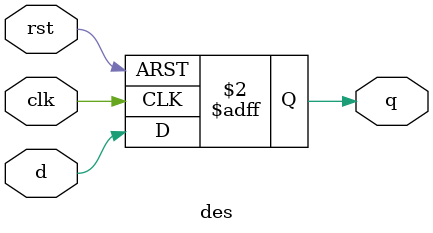
<source format=sv>
module des(input clk,rst,d,output reg q);
  
  always @(posedge clk or posedge rst)begin
    if(rst)
      q<=0;
    else 
      q<=d;
  end
  
endmodule

</source>
